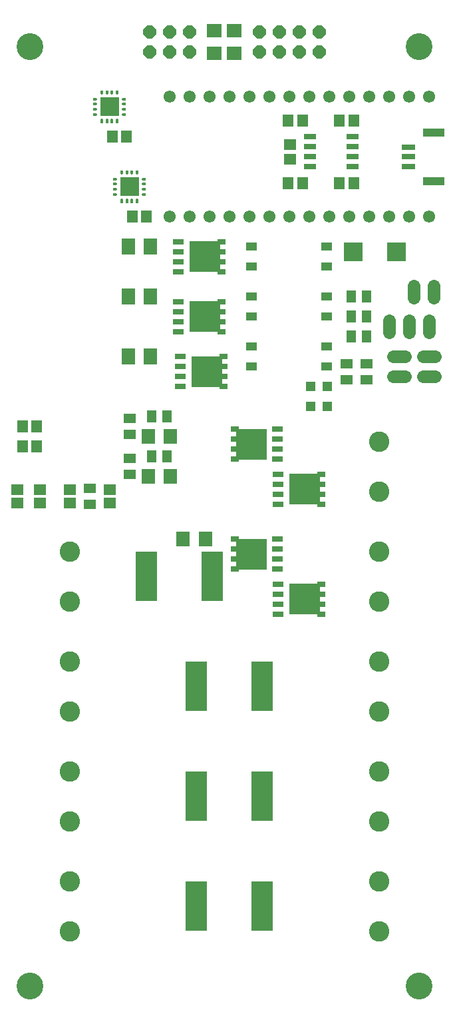
<source format=gbr>
G04 EAGLE Gerber RS-274X export*
G75*
%MOMM*%
%FSLAX34Y34*%
%LPD*%
%INSoldermask Top*%
%IPPOS*%
%AMOC8*
5,1,8,0,0,1.08239X$1,22.5*%
G01*
%ADD10R,1.401600X1.601600*%
%ADD11R,2.801600X6.301600*%
%ADD12C,0.350000*%
%ADD13R,0.350000X0.375000*%
%ADD14R,0.375000X0.350000*%
%ADD15R,2.400000X2.400000*%
%ADD16C,2.601600*%
%ADD17R,1.401600X1.001600*%
%ADD18R,1.201600X1.501600*%
%ADD19R,1.701600X2.101600*%
%ADD20R,2.387600X2.387600*%
%ADD21P,1.759533X8X202.500000*%
%ADD22C,1.625600*%
%ADD23R,1.904600X1.701600*%
%ADD24C,1.549400*%
%ADD25C,3.403600*%
%ADD26R,1.625600X0.711200*%
%ADD27R,1.601600X1.401600*%
%ADD28R,1.801600X0.701600*%
%ADD29R,2.801600X1.101600*%
%ADD30R,1.371600X0.736600*%
%ADD31R,1.121600X0.711600*%
%ADD32R,3.911600X4.011600*%
%ADD33R,1.701600X1.904600*%
%ADD34R,1.501600X1.201600*%
%ADD35R,1.301600X1.301600*%
%ADD36R,1.701600X1.901600*%


D10*
X795900Y1676400D03*
X778900Y1676400D03*
X821300Y1574800D03*
X804300Y1574800D03*
D11*
X885600Y838200D03*
X968600Y838200D03*
X885600Y977900D03*
X968600Y977900D03*
X885600Y698500D03*
X968600Y698500D03*
X822100Y1117600D03*
X905100Y1117600D03*
D12*
X764950Y1697500D03*
X771450Y1697500D03*
X777950Y1697500D03*
X784450Y1697500D03*
X791700Y1704750D03*
X791700Y1711250D03*
X791700Y1717750D03*
X791700Y1724250D03*
X784450Y1731500D03*
X777950Y1731500D03*
X771450Y1731500D03*
X764950Y1731500D03*
X757700Y1724250D03*
X757700Y1717750D03*
X757700Y1711250D03*
X757700Y1704750D03*
D13*
X764950Y1695625D03*
X771450Y1695625D03*
X777950Y1695625D03*
X784450Y1695625D03*
D14*
X793575Y1704750D03*
X793575Y1711250D03*
X793575Y1717750D03*
X793575Y1724250D03*
D13*
X784450Y1733375D03*
X777950Y1733375D03*
X771450Y1733375D03*
X764950Y1733375D03*
D14*
X755825Y1724250D03*
X755825Y1717750D03*
X755825Y1711250D03*
X755825Y1704750D03*
D15*
X774700Y1714500D03*
D12*
X790350Y1595900D03*
X796850Y1595900D03*
X803350Y1595900D03*
X809850Y1595900D03*
X817100Y1603150D03*
X817100Y1609650D03*
X817100Y1616150D03*
X817100Y1622650D03*
X809850Y1629900D03*
X803350Y1629900D03*
X796850Y1629900D03*
X790350Y1629900D03*
X783100Y1622650D03*
X783100Y1616150D03*
X783100Y1609650D03*
X783100Y1603150D03*
D13*
X790350Y1594025D03*
X796850Y1594025D03*
X803350Y1594025D03*
X809850Y1594025D03*
D14*
X818975Y1603150D03*
X818975Y1609650D03*
X818975Y1616150D03*
X818975Y1622650D03*
D13*
X809850Y1631775D03*
X803350Y1631775D03*
X796850Y1631775D03*
X790350Y1631775D03*
D14*
X781225Y1622650D03*
X781225Y1616150D03*
X781225Y1609650D03*
X781225Y1603150D03*
D15*
X800100Y1612900D03*
D16*
X1117600Y666750D03*
X1117600Y730250D03*
X1117600Y806450D03*
X1117600Y869950D03*
X1117600Y946150D03*
X1117600Y1009650D03*
X1117600Y1225550D03*
X1117600Y1289050D03*
X723900Y730250D03*
X723900Y666750D03*
X723900Y869950D03*
X723900Y806450D03*
X723900Y1009650D03*
X723900Y946150D03*
X723900Y1149350D03*
X723900Y1085850D03*
D17*
X1050800Y1384300D03*
X1050800Y1409700D03*
X955800Y1409700D03*
X955800Y1384300D03*
X1050800Y1447800D03*
X1050800Y1473200D03*
X955800Y1473200D03*
X955800Y1447800D03*
X1050800Y1511300D03*
X1050800Y1536700D03*
X955800Y1536700D03*
X955800Y1511300D03*
D18*
X1102200Y1422400D03*
X1082200Y1422400D03*
X1102200Y1447800D03*
X1082200Y1447800D03*
X1102200Y1473200D03*
X1082200Y1473200D03*
D19*
X798800Y1397000D03*
X826800Y1397000D03*
X798800Y1473200D03*
X826800Y1473200D03*
X798800Y1536700D03*
X826800Y1536700D03*
D20*
X1140397Y1530350D03*
X1085279Y1530350D03*
D21*
X876300Y1809750D03*
X876300Y1784350D03*
X850900Y1809750D03*
X850900Y1784350D03*
X825500Y1809750D03*
X825500Y1784350D03*
D22*
X1187450Y1487170D02*
X1187450Y1471930D01*
X1162050Y1471930D02*
X1162050Y1487170D01*
D10*
X1001738Y1697038D03*
X1020738Y1697038D03*
X1001738Y1617663D03*
X1020738Y1617663D03*
D23*
X908050Y1782830D03*
X908050Y1811270D03*
X933450Y1782830D03*
X933450Y1811270D03*
D24*
X1155700Y1727200D03*
X1130300Y1727200D03*
X1104900Y1727200D03*
X1079500Y1727200D03*
X1130300Y1574800D03*
X1054100Y1727200D03*
X1028700Y1727200D03*
X1003300Y1727200D03*
X977900Y1727200D03*
X952500Y1727200D03*
X927100Y1727200D03*
X901700Y1727200D03*
X876300Y1727200D03*
X850900Y1727200D03*
X850900Y1574800D03*
X876300Y1574800D03*
X901700Y1574800D03*
X927100Y1574800D03*
X952500Y1574800D03*
X977900Y1574800D03*
X1003300Y1574800D03*
X1028700Y1574800D03*
X1054100Y1574800D03*
X1079500Y1574800D03*
X1104900Y1574800D03*
X1155700Y1574800D03*
X1181100Y1727200D03*
X1181100Y1574800D03*
D21*
X1041400Y1809750D03*
X1041400Y1784350D03*
X1016000Y1809750D03*
X1016000Y1784350D03*
X990600Y1809750D03*
X990600Y1784350D03*
X965200Y1809750D03*
X965200Y1784350D03*
D25*
X1168400Y1790700D03*
X1168400Y596900D03*
X673100Y596900D03*
X673100Y1790700D03*
D26*
X1030351Y1676400D03*
X1084199Y1676400D03*
X1030351Y1663700D03*
X1030351Y1651000D03*
X1084199Y1663700D03*
X1084199Y1651000D03*
X1030351Y1638300D03*
X1084199Y1638300D03*
D10*
X1085825Y1617663D03*
X1066825Y1617663D03*
D27*
X1004888Y1647850D03*
X1004888Y1666850D03*
D10*
X1066825Y1697038D03*
X1085825Y1697038D03*
D28*
X1155138Y1651000D03*
X1155138Y1638500D03*
X1155138Y1663500D03*
D29*
X1187138Y1620000D03*
X1187138Y1682000D03*
D22*
X1188720Y1371600D02*
X1173480Y1371600D01*
X1173480Y1397000D02*
X1188720Y1397000D01*
X1150620Y1371600D02*
X1135380Y1371600D01*
X1135380Y1397000D02*
X1150620Y1397000D01*
X1130300Y1427480D02*
X1130300Y1442720D01*
X1155700Y1442720D02*
X1155700Y1427480D01*
X1181100Y1427480D02*
X1181100Y1442720D01*
D30*
X864840Y1397000D03*
X864840Y1384300D03*
X864840Y1371600D03*
X864840Y1358900D03*
D31*
X919490Y1358900D03*
X919490Y1371600D03*
X919490Y1384300D03*
X919490Y1397000D03*
D32*
X898440Y1377950D03*
D30*
X862300Y1466850D03*
X862300Y1454150D03*
X862300Y1441450D03*
X862300Y1428750D03*
D31*
X916950Y1428750D03*
X916950Y1441450D03*
X916950Y1454150D03*
X916950Y1466850D03*
D32*
X895900Y1447800D03*
D30*
X862300Y1543050D03*
X862300Y1530350D03*
X862300Y1517650D03*
X862300Y1504950D03*
D31*
X916950Y1504950D03*
X916950Y1517650D03*
X916950Y1530350D03*
X916950Y1543050D03*
D32*
X895900Y1524000D03*
D33*
X852420Y1244600D03*
X823980Y1244600D03*
D34*
X800100Y1267300D03*
X800100Y1247300D03*
D18*
X848200Y1270000D03*
X828200Y1270000D03*
D33*
X852420Y1295400D03*
X823980Y1295400D03*
D34*
X800100Y1318100D03*
X800100Y1298100D03*
D18*
X848200Y1320800D03*
X828200Y1320800D03*
D27*
X774700Y1227700D03*
X774700Y1210700D03*
X723900Y1227700D03*
X723900Y1210700D03*
D34*
X749300Y1209200D03*
X749300Y1229200D03*
X1076325Y1367950D03*
X1076325Y1387950D03*
X1101725Y1367950D03*
X1101725Y1387950D03*
D35*
X1030900Y1358900D03*
X1051900Y1358900D03*
X1030900Y1333500D03*
X1051900Y1333500D03*
D27*
X685800Y1227700D03*
X685800Y1210700D03*
X657225Y1227700D03*
X657225Y1210700D03*
D30*
X989300Y1108075D03*
X989300Y1095375D03*
X989300Y1082675D03*
X989300Y1069975D03*
D31*
X1043950Y1069975D03*
X1043950Y1082675D03*
X1043950Y1095375D03*
X1043950Y1108075D03*
D32*
X1022900Y1089025D03*
D30*
X988725Y1127125D03*
X988725Y1139825D03*
X988725Y1152525D03*
X988725Y1165225D03*
D31*
X934075Y1165225D03*
X934075Y1152525D03*
X934075Y1139825D03*
X934075Y1127125D03*
D32*
X955125Y1146175D03*
D10*
X681600Y1282700D03*
X664600Y1282700D03*
D30*
X989300Y1247775D03*
X989300Y1235075D03*
X989300Y1222375D03*
X989300Y1209675D03*
D31*
X1043950Y1209675D03*
X1043950Y1222375D03*
X1043950Y1235075D03*
X1043950Y1247775D03*
D32*
X1022900Y1228725D03*
D30*
X988725Y1266825D03*
X988725Y1279525D03*
X988725Y1292225D03*
X988725Y1304925D03*
D31*
X934075Y1304925D03*
X934075Y1292225D03*
X934075Y1279525D03*
X934075Y1266825D03*
D32*
X955125Y1285875D03*
D10*
X681600Y1308100D03*
X664600Y1308100D03*
D36*
X896650Y1165225D03*
X868650Y1165225D03*
D16*
X1117600Y1085850D03*
X1117600Y1149350D03*
M02*

</source>
